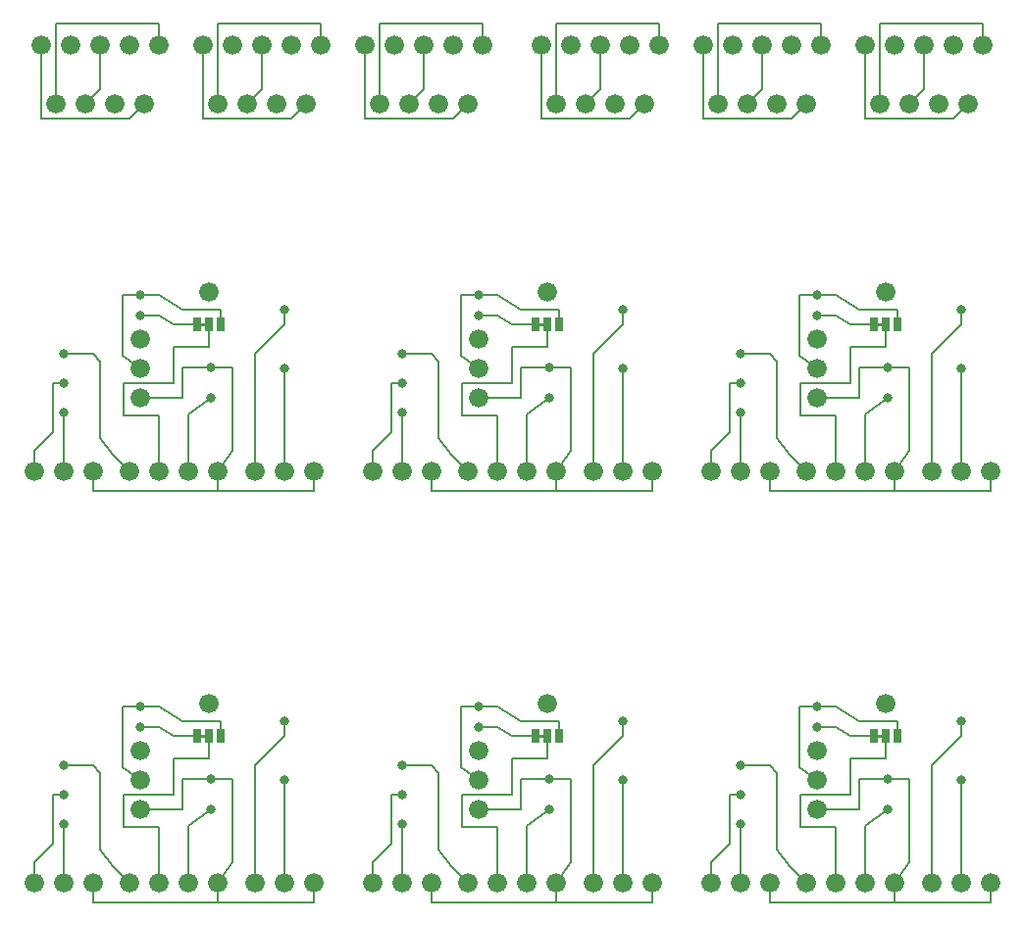
<source format=gbr>
G04 EAGLE Gerber X2 export*
%TF.Part,Single*%
%TF.FileFunction,Copper,L1,Top,Mixed*%
%TF.FilePolarity,Positive*%
%TF.GenerationSoftware,Autodesk,EAGLE,9.1.3*%
%TF.CreationDate,2018-11-04T16:40:41Z*%
G75*
%MOIN*%
%FSLAX34Y34*%
%LPD*%
%AMOC8*
5,1,8,0,0,1.08239X$1,22.5*%
G01*
%ADD10C,0.066000*%
%ADD11C,0.010000*%
%ADD12R,0.025000X0.050000*%
%ADD13C,0.031748*%
%ADD14C,0.006000*%


D10*
X4350Y7500D03*
X4350Y6500D03*
X4350Y5500D03*
X8250Y3000D03*
X9250Y3000D03*
X10250Y3000D03*
X750Y3000D03*
X1750Y3000D03*
X2750Y3000D03*
X4000Y3000D03*
X5000Y3000D03*
X6000Y3000D03*
X7000Y3000D03*
D11*
X6700Y8000D02*
X6300Y8000D01*
D12*
X7100Y8000D03*
X6700Y8000D03*
X6300Y8000D03*
D10*
X6700Y9100D03*
X15850Y7500D03*
X15850Y6500D03*
X15850Y5500D03*
X19750Y3000D03*
X20750Y3000D03*
X21750Y3000D03*
X12250Y3000D03*
X13250Y3000D03*
X14250Y3000D03*
X15500Y3000D03*
X16500Y3000D03*
X17500Y3000D03*
X18500Y3000D03*
D11*
X18200Y8000D02*
X17800Y8000D01*
D12*
X18600Y8000D03*
X18200Y8000D03*
X17800Y8000D03*
D10*
X18200Y9100D03*
X27350Y7500D03*
X27350Y6500D03*
X27350Y5500D03*
X31250Y3000D03*
X32250Y3000D03*
X33250Y3000D03*
X23750Y3000D03*
X24750Y3000D03*
X25750Y3000D03*
X27000Y3000D03*
X28000Y3000D03*
X29000Y3000D03*
X30000Y3000D03*
D11*
X29700Y8000D02*
X29300Y8000D01*
D12*
X30100Y8000D03*
X29700Y8000D03*
X29300Y8000D03*
D10*
X29700Y9100D03*
X4350Y21500D03*
X4350Y20500D03*
X4350Y19500D03*
X8250Y17000D03*
X9250Y17000D03*
X10250Y17000D03*
X750Y17000D03*
X1750Y17000D03*
X2750Y17000D03*
X4000Y17000D03*
X5000Y17000D03*
X6000Y17000D03*
X7000Y17000D03*
D11*
X6700Y22000D02*
X6300Y22000D01*
D12*
X7100Y22000D03*
X6700Y22000D03*
X6300Y22000D03*
D10*
X6700Y23100D03*
X15850Y21500D03*
X15850Y20500D03*
X15850Y19500D03*
X19750Y17000D03*
X20750Y17000D03*
X21750Y17000D03*
X12250Y17000D03*
X13250Y17000D03*
X14250Y17000D03*
X15500Y17000D03*
X16500Y17000D03*
X17500Y17000D03*
X18500Y17000D03*
D11*
X18200Y22000D02*
X17800Y22000D01*
D12*
X18600Y22000D03*
X18200Y22000D03*
X17800Y22000D03*
D10*
X18200Y23100D03*
X27350Y21500D03*
X27350Y20500D03*
X27350Y19500D03*
X31250Y17000D03*
X32250Y17000D03*
X33250Y17000D03*
X23750Y17000D03*
X24750Y17000D03*
X25750Y17000D03*
X27000Y17000D03*
X28000Y17000D03*
X29000Y17000D03*
X30000Y17000D03*
D11*
X29700Y22000D02*
X29300Y22000D01*
D12*
X30100Y22000D03*
X29700Y22000D03*
X29300Y22000D03*
D10*
X29700Y23100D03*
X1000Y31500D03*
X2000Y31500D03*
X3000Y31500D03*
X4000Y31500D03*
X5000Y31500D03*
X4500Y29500D03*
X3500Y29500D03*
X2500Y29500D03*
X1500Y29500D03*
X6500Y31500D03*
X7500Y31500D03*
X8500Y31500D03*
X9500Y31500D03*
X10500Y31500D03*
X10000Y29500D03*
X9000Y29500D03*
X8000Y29500D03*
X7000Y29500D03*
X12000Y31500D03*
X13000Y31500D03*
X14000Y31500D03*
X15000Y31500D03*
X16000Y31500D03*
X15500Y29500D03*
X14500Y29500D03*
X13500Y29500D03*
X12500Y29500D03*
X18000Y31500D03*
X19000Y31500D03*
X20000Y31500D03*
X21000Y31500D03*
X22000Y31500D03*
X21500Y29500D03*
X20500Y29500D03*
X19500Y29500D03*
X18500Y29500D03*
X23500Y31500D03*
X24500Y31500D03*
X25500Y31500D03*
X26500Y31500D03*
X27500Y31500D03*
X27000Y29500D03*
X26000Y29500D03*
X25000Y29500D03*
X24000Y29500D03*
X29000Y31500D03*
X30000Y31500D03*
X31000Y31500D03*
X32000Y31500D03*
X33000Y31500D03*
X32500Y29500D03*
X31500Y29500D03*
X30500Y29500D03*
X29500Y29500D03*
D13*
X4350Y9000D03*
D14*
X5800Y8500D02*
X7076Y8500D01*
X7076Y8024D01*
X4350Y9000D02*
X3750Y9000D01*
X3750Y6950D01*
X4350Y6500D01*
X7076Y8024D02*
X7100Y8000D01*
X5800Y8500D02*
X5000Y9000D01*
X4350Y9000D01*
X2750Y3000D02*
X2750Y2350D01*
X6650Y2350D01*
X7000Y2350D01*
X7000Y3000D01*
X10250Y3000D02*
X10250Y2350D01*
X7000Y2350D01*
X7000Y3000D02*
X7500Y3700D01*
D13*
X6750Y6525D03*
D14*
X5800Y5500D02*
X4350Y5500D01*
X6750Y6525D02*
X7500Y6525D01*
X7500Y3700D01*
X5800Y5500D02*
X5800Y6525D01*
X6750Y6525D01*
D13*
X1750Y6000D03*
D14*
X1400Y6000D01*
X1400Y4350D01*
X750Y3700D01*
X750Y3000D01*
X3000Y4125D02*
X3417Y3583D01*
X3000Y4125D02*
X3000Y6750D01*
D13*
X1750Y7000D03*
D14*
X2750Y7000D02*
X3000Y6750D01*
X3417Y3583D02*
X4000Y3000D01*
X2750Y7000D02*
X1750Y7000D01*
D13*
X4350Y8300D03*
D14*
X5000Y8300D01*
X5500Y8000D01*
X6285Y8000D01*
X1750Y5000D02*
X1750Y3000D01*
D13*
X1750Y5000D03*
X9250Y6500D03*
D14*
X9250Y3000D01*
X9250Y8000D02*
X9250Y8500D01*
D13*
X9250Y8500D03*
D14*
X9250Y8000D02*
X8250Y7000D01*
X8250Y3000D01*
X5000Y3000D02*
X5000Y4906D01*
X3780Y4901D02*
X3780Y5999D01*
X3780Y4901D02*
X5000Y4906D01*
X6700Y7225D02*
X6700Y8000D01*
X6700Y7225D02*
X5500Y7225D01*
X5500Y6000D01*
X3780Y5999D01*
D13*
X6750Y5500D03*
D14*
X6000Y4950D01*
X6000Y3000D01*
D13*
X15850Y9000D03*
D14*
X17300Y8500D02*
X18576Y8500D01*
X18576Y8024D01*
X15850Y9000D02*
X15250Y9000D01*
X15250Y6950D01*
X15850Y6500D01*
X18576Y8024D02*
X18600Y8000D01*
X17300Y8500D02*
X16500Y9000D01*
X15850Y9000D01*
X14250Y3000D02*
X14250Y2350D01*
X18150Y2350D01*
X18500Y2350D01*
X18500Y3000D01*
X21750Y3000D02*
X21750Y2350D01*
X18500Y2350D01*
X18500Y3000D02*
X19000Y3700D01*
D13*
X18250Y6525D03*
D14*
X17300Y5500D02*
X15850Y5500D01*
X18250Y6525D02*
X19000Y6525D01*
X19000Y3700D01*
X17300Y5500D02*
X17300Y6525D01*
X18250Y6525D01*
D13*
X13250Y6000D03*
D14*
X12900Y6000D01*
X12900Y4350D01*
X12250Y3700D01*
X12250Y3000D01*
X14500Y4125D02*
X14917Y3583D01*
X14500Y4125D02*
X14500Y6750D01*
D13*
X13250Y7000D03*
D14*
X14250Y7000D02*
X14500Y6750D01*
X14917Y3583D02*
X15500Y3000D01*
X14250Y7000D02*
X13250Y7000D01*
D13*
X15850Y8300D03*
D14*
X16500Y8300D01*
X17000Y8000D01*
X17785Y8000D01*
X13250Y5000D02*
X13250Y3000D01*
D13*
X13250Y5000D03*
X20750Y6500D03*
D14*
X20750Y3000D01*
X20750Y8000D02*
X20750Y8500D01*
D13*
X20750Y8500D03*
D14*
X20750Y8000D02*
X19750Y7000D01*
X19750Y3000D01*
X16500Y3000D02*
X16500Y4906D01*
X15280Y4901D02*
X15280Y5999D01*
X15280Y4901D02*
X16500Y4906D01*
X18200Y7225D02*
X18200Y8000D01*
X18200Y7225D02*
X17000Y7225D01*
X17000Y6000D01*
X15280Y5999D01*
D13*
X18250Y5500D03*
D14*
X17500Y4950D01*
X17500Y3000D01*
D13*
X27350Y9000D03*
D14*
X28800Y8500D02*
X30076Y8500D01*
X30076Y8024D01*
X27350Y9000D02*
X26750Y9000D01*
X26750Y6950D01*
X27350Y6500D01*
X30076Y8024D02*
X30100Y8000D01*
X28800Y8500D02*
X28000Y9000D01*
X27350Y9000D01*
X25750Y3000D02*
X25750Y2350D01*
X29650Y2350D01*
X30000Y2350D01*
X30000Y3000D01*
X33250Y3000D02*
X33250Y2350D01*
X30000Y2350D01*
X30000Y3000D02*
X30500Y3700D01*
D13*
X29750Y6525D03*
D14*
X28800Y5500D02*
X27350Y5500D01*
X29750Y6525D02*
X30500Y6525D01*
X30500Y3700D01*
X28800Y5500D02*
X28800Y6525D01*
X29750Y6525D01*
D13*
X24750Y6000D03*
D14*
X24400Y6000D01*
X24400Y4350D01*
X23750Y3700D01*
X23750Y3000D01*
X26000Y4125D02*
X26417Y3583D01*
X26000Y4125D02*
X26000Y6750D01*
D13*
X24750Y7000D03*
D14*
X25750Y7000D02*
X26000Y6750D01*
X26417Y3583D02*
X27000Y3000D01*
X25750Y7000D02*
X24750Y7000D01*
D13*
X27350Y8300D03*
D14*
X28000Y8300D01*
X28500Y8000D01*
X29285Y8000D01*
X24750Y5000D02*
X24750Y3000D01*
D13*
X24750Y5000D03*
X32250Y6500D03*
D14*
X32250Y3000D01*
X32250Y8000D02*
X32250Y8500D01*
D13*
X32250Y8500D03*
D14*
X32250Y8000D02*
X31250Y7000D01*
X31250Y3000D01*
X28000Y3000D02*
X28000Y4906D01*
X26780Y4901D02*
X26780Y5999D01*
X26780Y4901D02*
X28000Y4906D01*
X29700Y7225D02*
X29700Y8000D01*
X29700Y7225D02*
X28500Y7225D01*
X28500Y6000D01*
X26780Y5999D01*
D13*
X29750Y5500D03*
D14*
X29000Y4950D01*
X29000Y3000D01*
D13*
X4350Y23000D03*
D14*
X5800Y22500D02*
X7076Y22500D01*
X7076Y22024D01*
X4350Y23000D02*
X3750Y23000D01*
X3750Y20950D01*
X4350Y20500D01*
X7076Y22024D02*
X7100Y22000D01*
X5800Y22500D02*
X5000Y23000D01*
X4350Y23000D01*
X2750Y17000D02*
X2750Y16350D01*
X6650Y16350D01*
X7000Y16350D01*
X7000Y17000D01*
X10250Y17000D02*
X10250Y16350D01*
X7000Y16350D01*
X7000Y17000D02*
X7500Y17700D01*
D13*
X6750Y20525D03*
D14*
X5800Y19500D02*
X4350Y19500D01*
X6750Y20525D02*
X7500Y20525D01*
X7500Y17700D01*
X5800Y19500D02*
X5800Y20525D01*
X6750Y20525D01*
D13*
X1750Y20000D03*
D14*
X1400Y20000D01*
X1400Y18350D01*
X750Y17700D01*
X750Y17000D01*
X3000Y18125D02*
X3417Y17583D01*
X3000Y18125D02*
X3000Y20750D01*
D13*
X1750Y21000D03*
D14*
X2750Y21000D02*
X3000Y20750D01*
X3417Y17583D02*
X4000Y17000D01*
X2750Y21000D02*
X1750Y21000D01*
D13*
X4350Y22300D03*
D14*
X5000Y22300D01*
X5500Y22000D01*
X6285Y22000D01*
X1750Y19000D02*
X1750Y17000D01*
D13*
X1750Y19000D03*
X9250Y20500D03*
D14*
X9250Y17000D01*
X9250Y22000D02*
X9250Y22500D01*
D13*
X9250Y22500D03*
D14*
X9250Y22000D02*
X8250Y21000D01*
X8250Y17000D01*
X5000Y17000D02*
X5000Y18906D01*
X3780Y18901D02*
X3780Y19999D01*
X3780Y18901D02*
X5000Y18906D01*
X6700Y21225D02*
X6700Y22000D01*
X6700Y21225D02*
X5500Y21225D01*
X5500Y20000D01*
X3780Y19999D01*
D13*
X6750Y19500D03*
D14*
X6000Y18950D01*
X6000Y17000D01*
D13*
X15850Y23000D03*
D14*
X17300Y22500D02*
X18576Y22500D01*
X18576Y22024D01*
X15850Y23000D02*
X15250Y23000D01*
X15250Y20950D01*
X15850Y20500D01*
X18576Y22024D02*
X18600Y22000D01*
X17300Y22500D02*
X16500Y23000D01*
X15850Y23000D01*
X14250Y17000D02*
X14250Y16350D01*
X18150Y16350D01*
X18500Y16350D01*
X18500Y17000D01*
X21750Y17000D02*
X21750Y16350D01*
X18500Y16350D01*
X18500Y17000D02*
X19000Y17700D01*
D13*
X18250Y20525D03*
D14*
X17300Y19500D02*
X15850Y19500D01*
X18250Y20525D02*
X19000Y20525D01*
X19000Y17700D01*
X17300Y19500D02*
X17300Y20525D01*
X18250Y20525D01*
D13*
X13250Y20000D03*
D14*
X12900Y20000D01*
X12900Y18350D01*
X12250Y17700D01*
X12250Y17000D01*
X14500Y18125D02*
X14917Y17583D01*
X14500Y18125D02*
X14500Y20750D01*
D13*
X13250Y21000D03*
D14*
X14250Y21000D02*
X14500Y20750D01*
X14917Y17583D02*
X15500Y17000D01*
X14250Y21000D02*
X13250Y21000D01*
D13*
X15850Y22300D03*
D14*
X16500Y22300D01*
X17000Y22000D01*
X17785Y22000D01*
X13250Y19000D02*
X13250Y17000D01*
D13*
X13250Y19000D03*
X20750Y20500D03*
D14*
X20750Y17000D01*
X20750Y22000D02*
X20750Y22500D01*
D13*
X20750Y22500D03*
D14*
X20750Y22000D02*
X19750Y21000D01*
X19750Y17000D01*
X16500Y17000D02*
X16500Y18906D01*
X15280Y18901D02*
X15280Y19999D01*
X15280Y18901D02*
X16500Y18906D01*
X18200Y21225D02*
X18200Y22000D01*
X18200Y21225D02*
X17000Y21225D01*
X17000Y20000D01*
X15280Y19999D01*
D13*
X18250Y19500D03*
D14*
X17500Y18950D01*
X17500Y17000D01*
D13*
X27350Y23000D03*
D14*
X28800Y22500D02*
X30076Y22500D01*
X30076Y22024D01*
X27350Y23000D02*
X26750Y23000D01*
X26750Y20950D01*
X27350Y20500D01*
X30076Y22024D02*
X30100Y22000D01*
X28800Y22500D02*
X28000Y23000D01*
X27350Y23000D01*
X25750Y17000D02*
X25750Y16350D01*
X29650Y16350D01*
X30000Y16350D01*
X30000Y17000D01*
X33250Y17000D02*
X33250Y16350D01*
X30000Y16350D01*
X30000Y17000D02*
X30500Y17700D01*
D13*
X29750Y20525D03*
D14*
X28800Y19500D02*
X27350Y19500D01*
X29750Y20525D02*
X30500Y20525D01*
X30500Y17700D01*
X28800Y19500D02*
X28800Y20525D01*
X29750Y20525D01*
D13*
X24750Y20000D03*
D14*
X24400Y20000D01*
X24400Y18350D01*
X23750Y17700D01*
X23750Y17000D01*
X26000Y18125D02*
X26417Y17583D01*
X26000Y18125D02*
X26000Y20750D01*
D13*
X24750Y21000D03*
D14*
X25750Y21000D02*
X26000Y20750D01*
X26417Y17583D02*
X27000Y17000D01*
X25750Y21000D02*
X24750Y21000D01*
D13*
X27350Y22300D03*
D14*
X28000Y22300D01*
X28500Y22000D01*
X29285Y22000D01*
X24750Y19000D02*
X24750Y17000D01*
D13*
X24750Y19000D03*
X32250Y20500D03*
D14*
X32250Y17000D01*
X32250Y22000D02*
X32250Y22500D01*
D13*
X32250Y22500D03*
D14*
X32250Y22000D02*
X31250Y21000D01*
X31250Y17000D01*
X28000Y17000D02*
X28000Y18906D01*
X26780Y18901D02*
X26780Y19999D01*
X26780Y18901D02*
X28000Y18906D01*
X29700Y21225D02*
X29700Y22000D01*
X29700Y21225D02*
X28500Y21225D01*
X28500Y20000D01*
X26780Y19999D01*
D13*
X29750Y19500D03*
D14*
X29000Y18950D01*
X29000Y17000D01*
X1000Y29000D02*
X1000Y30750D01*
X1000Y31500D01*
X1000Y29000D02*
X4000Y29000D01*
X4500Y29500D01*
X3000Y30000D02*
X2500Y29500D01*
X3000Y30000D02*
X3000Y31500D01*
X1500Y32250D02*
X1500Y29500D01*
X5000Y31500D02*
X5000Y32250D01*
X1500Y32250D01*
X6500Y30750D02*
X6500Y29000D01*
X6500Y30750D02*
X6500Y31500D01*
X6500Y29000D02*
X9500Y29000D01*
X10000Y29500D01*
X8500Y30000D02*
X8000Y29500D01*
X8500Y30000D02*
X8500Y31500D01*
X7000Y32250D02*
X7000Y29500D01*
X10500Y31500D02*
X10500Y32250D01*
X7000Y32250D01*
X12000Y30750D02*
X12000Y29000D01*
X12000Y30750D02*
X12000Y31500D01*
X12000Y29000D02*
X15000Y29000D01*
X15500Y29500D01*
X14000Y30000D02*
X13500Y29500D01*
X14000Y30000D02*
X14000Y31500D01*
X12500Y32250D02*
X12500Y29500D01*
X16000Y31500D02*
X16000Y32250D01*
X12500Y32250D01*
X18000Y30750D02*
X18000Y29000D01*
X18000Y30750D02*
X18000Y31500D01*
X18000Y29000D02*
X21000Y29000D01*
X21500Y29500D01*
X20000Y30000D02*
X19500Y29500D01*
X20000Y30000D02*
X20000Y31500D01*
X18500Y32250D02*
X18500Y29500D01*
X22000Y31500D02*
X22000Y32250D01*
X18500Y32250D01*
X23500Y30750D02*
X23500Y29000D01*
X23500Y30750D02*
X23500Y31500D01*
X23500Y29000D02*
X26500Y29000D01*
X27000Y29500D01*
X25500Y30000D02*
X25000Y29500D01*
X25500Y30000D02*
X25500Y31500D01*
X24000Y32250D02*
X24000Y29500D01*
X27500Y31500D02*
X27500Y32250D01*
X24000Y32250D01*
X29000Y30750D02*
X29000Y29000D01*
X29000Y30750D02*
X29000Y31500D01*
X29000Y29000D02*
X32000Y29000D01*
X32500Y29500D01*
X31000Y30000D02*
X30500Y29500D01*
X31000Y30000D02*
X31000Y31500D01*
X29500Y32250D02*
X29500Y29500D01*
X33000Y31500D02*
X33000Y32250D01*
X29500Y32250D01*
M02*

</source>
